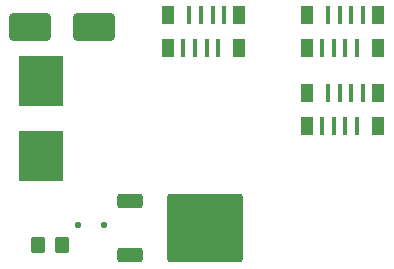
<source format=gtp>
G04 #@! TF.GenerationSoftware,KiCad,Pcbnew,8.0.9-8.0.9-0~ubuntu20.04.1*
G04 #@! TF.CreationDate,2025-08-07T15:34:15-05:00*
G04 #@! TF.ProjectId,PLATO_JUNCTION_BOARD,504c4154-4f5f-44a5-954e-4354494f4e5f,rev?*
G04 #@! TF.SameCoordinates,Original*
G04 #@! TF.FileFunction,Paste,Top*
G04 #@! TF.FilePolarity,Positive*
%FSLAX46Y46*%
G04 Gerber Fmt 4.6, Leading zero omitted, Abs format (unit mm)*
G04 Created by KiCad (PCBNEW 8.0.9-8.0.9-0~ubuntu20.04.1) date 2025-08-07 15:34:15*
%MOMM*%
%LPD*%
G01*
G04 APERTURE LIST*
G04 Aperture macros list*
%AMRoundRect*
0 Rectangle with rounded corners*
0 $1 Rounding radius*
0 $2 $3 $4 $5 $6 $7 $8 $9 X,Y pos of 4 corners*
0 Add a 4 corners polygon primitive as box body*
4,1,4,$2,$3,$4,$5,$6,$7,$8,$9,$2,$3,0*
0 Add four circle primitives for the rounded corners*
1,1,$1+$1,$2,$3*
1,1,$1+$1,$4,$5*
1,1,$1+$1,$6,$7*
1,1,$1+$1,$8,$9*
0 Add four rect primitives between the rounded corners*
20,1,$1+$1,$2,$3,$4,$5,0*
20,1,$1+$1,$4,$5,$6,$7,0*
20,1,$1+$1,$6,$7,$8,$9,0*
20,1,$1+$1,$8,$9,$2,$3,0*%
G04 Aperture macros list end*
%ADD10R,3.810000X4.240000*%
%ADD11RoundRect,0.249997X-2.950003X-2.650003X2.950003X-2.650003X2.950003X2.650003X-2.950003X2.650003X0*%
%ADD12RoundRect,0.250000X-0.850000X-0.350000X0.850000X-0.350000X0.850000X0.350000X-0.850000X0.350000X0*%
%ADD13RoundRect,0.250000X0.350000X0.450000X-0.350000X0.450000X-0.350000X-0.450000X0.350000X-0.450000X0*%
%ADD14RoundRect,0.125000X0.125000X0.125000X-0.125000X0.125000X-0.125000X-0.125000X0.125000X-0.125000X0*%
%ADD15R,0.400000X1.500000*%
%ADD16R,1.100000X1.500000*%
%ADD17RoundRect,0.250000X-1.500000X-0.900000X1.500000X-0.900000X1.500000X0.900000X-1.500000X0.900000X0*%
G04 APERTURE END LIST*
D10*
X108200000Y-107115000D03*
X108200000Y-113485000D03*
D11*
X122100001Y-119572500D03*
D12*
X115800000Y-121852500D03*
X115800000Y-117292500D03*
D13*
X110000000Y-121000000D03*
X108000000Y-121000000D03*
D14*
X113599999Y-119250000D03*
X111400001Y-119250000D03*
D15*
X132000000Y-110900000D03*
X132500001Y-108100000D03*
X133000000Y-110900000D03*
X133500000Y-108100000D03*
X134000000Y-110900000D03*
X134500000Y-108100000D03*
X134999999Y-110900000D03*
X135500000Y-108100000D03*
D16*
X130750000Y-110900000D03*
X130750000Y-108100000D03*
X136750000Y-110900000D03*
X136750000Y-108100000D03*
D15*
X132000000Y-104300000D03*
X132500000Y-101500000D03*
X133000000Y-104300000D03*
X133500000Y-101500000D03*
X134000000Y-104300000D03*
X134500000Y-101500000D03*
X135000000Y-104300000D03*
X135500000Y-101500000D03*
D16*
X130750000Y-104300000D03*
X130750000Y-101500000D03*
X136750000Y-104300000D03*
X136750000Y-101500000D03*
D15*
X120250000Y-104300000D03*
X120750000Y-101500000D03*
X121250000Y-104300000D03*
X121750000Y-101500000D03*
X122250000Y-104300000D03*
X122750000Y-101500000D03*
X123250000Y-104300000D03*
X123750000Y-101500000D03*
D16*
X119000000Y-104300000D03*
X119000000Y-101500000D03*
X125000000Y-104300000D03*
X125000000Y-101500000D03*
D17*
X107300000Y-102500000D03*
X112700000Y-102500000D03*
M02*

</source>
